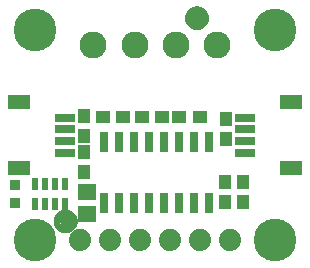
<source format=gbr>
G04 EAGLE Gerber RS-274X export*
G75*
%MOMM*%
%FSLAX34Y34*%
%LPD*%
%INSoldermask Top*%
%IPPOS*%
%AMOC8*
5,1,8,0,0,1.08239X$1,22.5*%
G01*
%ADD10R,1.601600X1.341600*%
%ADD11R,1.101600X1.176600*%
%ADD12R,0.551600X1.001600*%
%ADD13C,1.879600*%
%ADD14C,3.617600*%
%ADD15R,1.651600X0.701600*%
%ADD16R,1.901600X1.301600*%
%ADD17C,1.101600*%
%ADD18C,0.500000*%
%ADD19R,0.901600X0.901600*%
%ADD20R,0.736600X1.752600*%
%ADD21R,1.176600X1.101600*%
%ADD22C,2.286000*%


D10*
X17780Y6375D03*
X17780Y25375D03*
D11*
X15875Y41665D03*
X15875Y58665D03*
D12*
X-26335Y31995D03*
X-26335Y14995D03*
X-17335Y31995D03*
X-9335Y31995D03*
X-335Y31995D03*
X-335Y14995D03*
X-17335Y14995D03*
X-9335Y14995D03*
D13*
X12065Y-15875D03*
X37465Y-15875D03*
X62865Y-15875D03*
X88265Y-15875D03*
X113665Y-15875D03*
X139065Y-15875D03*
D14*
X-26035Y161925D03*
X177165Y161925D03*
D15*
X152025Y68025D03*
X152025Y78025D03*
X152025Y58025D03*
X152025Y88025D03*
D16*
X191025Y45025D03*
X191025Y101025D03*
D15*
X-895Y78025D03*
X-895Y68025D03*
X-895Y88025D03*
X-895Y58025D03*
D16*
X-39895Y101025D03*
X-39895Y45025D03*
D17*
X0Y0D03*
D18*
X0Y7500D02*
X-181Y7498D01*
X-362Y7491D01*
X-543Y7480D01*
X-724Y7465D01*
X-904Y7445D01*
X-1084Y7421D01*
X-1263Y7393D01*
X-1441Y7360D01*
X-1618Y7323D01*
X-1795Y7282D01*
X-1970Y7237D01*
X-2145Y7187D01*
X-2318Y7133D01*
X-2489Y7075D01*
X-2660Y7013D01*
X-2828Y6946D01*
X-2995Y6876D01*
X-3161Y6802D01*
X-3324Y6723D01*
X-3485Y6641D01*
X-3645Y6555D01*
X-3802Y6465D01*
X-3957Y6371D01*
X-4110Y6274D01*
X-4260Y6172D01*
X-4408Y6068D01*
X-4554Y5959D01*
X-4696Y5848D01*
X-4836Y5732D01*
X-4973Y5614D01*
X-5108Y5492D01*
X-5239Y5367D01*
X-5367Y5239D01*
X-5492Y5108D01*
X-5614Y4973D01*
X-5732Y4836D01*
X-5848Y4696D01*
X-5959Y4554D01*
X-6068Y4408D01*
X-6172Y4260D01*
X-6274Y4110D01*
X-6371Y3957D01*
X-6465Y3802D01*
X-6555Y3645D01*
X-6641Y3485D01*
X-6723Y3324D01*
X-6802Y3161D01*
X-6876Y2995D01*
X-6946Y2828D01*
X-7013Y2660D01*
X-7075Y2489D01*
X-7133Y2318D01*
X-7187Y2145D01*
X-7237Y1970D01*
X-7282Y1795D01*
X-7323Y1618D01*
X-7360Y1441D01*
X-7393Y1263D01*
X-7421Y1084D01*
X-7445Y904D01*
X-7465Y724D01*
X-7480Y543D01*
X-7491Y362D01*
X-7498Y181D01*
X-7500Y0D01*
X0Y7500D02*
X181Y7498D01*
X362Y7491D01*
X543Y7480D01*
X724Y7465D01*
X904Y7445D01*
X1084Y7421D01*
X1263Y7393D01*
X1441Y7360D01*
X1618Y7323D01*
X1795Y7282D01*
X1970Y7237D01*
X2145Y7187D01*
X2318Y7133D01*
X2489Y7075D01*
X2660Y7013D01*
X2828Y6946D01*
X2995Y6876D01*
X3161Y6802D01*
X3324Y6723D01*
X3485Y6641D01*
X3645Y6555D01*
X3802Y6465D01*
X3957Y6371D01*
X4110Y6274D01*
X4260Y6172D01*
X4408Y6068D01*
X4554Y5959D01*
X4696Y5848D01*
X4836Y5732D01*
X4973Y5614D01*
X5108Y5492D01*
X5239Y5367D01*
X5367Y5239D01*
X5492Y5108D01*
X5614Y4973D01*
X5732Y4836D01*
X5848Y4696D01*
X5959Y4554D01*
X6068Y4408D01*
X6172Y4260D01*
X6274Y4110D01*
X6371Y3957D01*
X6465Y3802D01*
X6555Y3645D01*
X6641Y3485D01*
X6723Y3324D01*
X6802Y3161D01*
X6876Y2995D01*
X6946Y2828D01*
X7013Y2660D01*
X7075Y2489D01*
X7133Y2318D01*
X7187Y2145D01*
X7237Y1970D01*
X7282Y1795D01*
X7323Y1618D01*
X7360Y1441D01*
X7393Y1263D01*
X7421Y1084D01*
X7445Y904D01*
X7465Y724D01*
X7480Y543D01*
X7491Y362D01*
X7498Y181D01*
X7500Y0D01*
X7498Y-181D01*
X7491Y-362D01*
X7480Y-543D01*
X7465Y-724D01*
X7445Y-904D01*
X7421Y-1084D01*
X7393Y-1263D01*
X7360Y-1441D01*
X7323Y-1618D01*
X7282Y-1795D01*
X7237Y-1970D01*
X7187Y-2145D01*
X7133Y-2318D01*
X7075Y-2489D01*
X7013Y-2660D01*
X6946Y-2828D01*
X6876Y-2995D01*
X6802Y-3161D01*
X6723Y-3324D01*
X6641Y-3485D01*
X6555Y-3645D01*
X6465Y-3802D01*
X6371Y-3957D01*
X6274Y-4110D01*
X6172Y-4260D01*
X6068Y-4408D01*
X5959Y-4554D01*
X5848Y-4696D01*
X5732Y-4836D01*
X5614Y-4973D01*
X5492Y-5108D01*
X5367Y-5239D01*
X5239Y-5367D01*
X5108Y-5492D01*
X4973Y-5614D01*
X4836Y-5732D01*
X4696Y-5848D01*
X4554Y-5959D01*
X4408Y-6068D01*
X4260Y-6172D01*
X4110Y-6274D01*
X3957Y-6371D01*
X3802Y-6465D01*
X3645Y-6555D01*
X3485Y-6641D01*
X3324Y-6723D01*
X3161Y-6802D01*
X2995Y-6876D01*
X2828Y-6946D01*
X2660Y-7013D01*
X2489Y-7075D01*
X2318Y-7133D01*
X2145Y-7187D01*
X1970Y-7237D01*
X1795Y-7282D01*
X1618Y-7323D01*
X1441Y-7360D01*
X1263Y-7393D01*
X1084Y-7421D01*
X904Y-7445D01*
X724Y-7465D01*
X543Y-7480D01*
X362Y-7491D01*
X181Y-7498D01*
X0Y-7500D01*
X-181Y-7498D01*
X-362Y-7491D01*
X-543Y-7480D01*
X-724Y-7465D01*
X-904Y-7445D01*
X-1084Y-7421D01*
X-1263Y-7393D01*
X-1441Y-7360D01*
X-1618Y-7323D01*
X-1795Y-7282D01*
X-1970Y-7237D01*
X-2145Y-7187D01*
X-2318Y-7133D01*
X-2489Y-7075D01*
X-2660Y-7013D01*
X-2828Y-6946D01*
X-2995Y-6876D01*
X-3161Y-6802D01*
X-3324Y-6723D01*
X-3485Y-6641D01*
X-3645Y-6555D01*
X-3802Y-6465D01*
X-3957Y-6371D01*
X-4110Y-6274D01*
X-4260Y-6172D01*
X-4408Y-6068D01*
X-4554Y-5959D01*
X-4696Y-5848D01*
X-4836Y-5732D01*
X-4973Y-5614D01*
X-5108Y-5492D01*
X-5239Y-5367D01*
X-5367Y-5239D01*
X-5492Y-5108D01*
X-5614Y-4973D01*
X-5732Y-4836D01*
X-5848Y-4696D01*
X-5959Y-4554D01*
X-6068Y-4408D01*
X-6172Y-4260D01*
X-6274Y-4110D01*
X-6371Y-3957D01*
X-6465Y-3802D01*
X-6555Y-3645D01*
X-6641Y-3485D01*
X-6723Y-3324D01*
X-6802Y-3161D01*
X-6876Y-2995D01*
X-6946Y-2828D01*
X-7013Y-2660D01*
X-7075Y-2489D01*
X-7133Y-2318D01*
X-7187Y-2145D01*
X-7237Y-1970D01*
X-7282Y-1795D01*
X-7323Y-1618D01*
X-7360Y-1441D01*
X-7393Y-1263D01*
X-7421Y-1084D01*
X-7445Y-904D01*
X-7465Y-724D01*
X-7480Y-543D01*
X-7491Y-362D01*
X-7498Y-181D01*
X-7500Y0D01*
D17*
X111125Y172085D03*
D18*
X111125Y179585D02*
X110944Y179583D01*
X110763Y179576D01*
X110582Y179565D01*
X110401Y179550D01*
X110221Y179530D01*
X110041Y179506D01*
X109862Y179478D01*
X109684Y179445D01*
X109507Y179408D01*
X109330Y179367D01*
X109155Y179322D01*
X108980Y179272D01*
X108807Y179218D01*
X108636Y179160D01*
X108465Y179098D01*
X108297Y179031D01*
X108130Y178961D01*
X107964Y178887D01*
X107801Y178808D01*
X107640Y178726D01*
X107480Y178640D01*
X107323Y178550D01*
X107168Y178456D01*
X107015Y178359D01*
X106865Y178257D01*
X106717Y178153D01*
X106571Y178044D01*
X106429Y177933D01*
X106289Y177817D01*
X106152Y177699D01*
X106017Y177577D01*
X105886Y177452D01*
X105758Y177324D01*
X105633Y177193D01*
X105511Y177058D01*
X105393Y176921D01*
X105277Y176781D01*
X105166Y176639D01*
X105057Y176493D01*
X104953Y176345D01*
X104851Y176195D01*
X104754Y176042D01*
X104660Y175887D01*
X104570Y175730D01*
X104484Y175570D01*
X104402Y175409D01*
X104323Y175246D01*
X104249Y175080D01*
X104179Y174913D01*
X104112Y174745D01*
X104050Y174574D01*
X103992Y174403D01*
X103938Y174230D01*
X103888Y174055D01*
X103843Y173880D01*
X103802Y173703D01*
X103765Y173526D01*
X103732Y173348D01*
X103704Y173169D01*
X103680Y172989D01*
X103660Y172809D01*
X103645Y172628D01*
X103634Y172447D01*
X103627Y172266D01*
X103625Y172085D01*
X111125Y179585D02*
X111306Y179583D01*
X111487Y179576D01*
X111668Y179565D01*
X111849Y179550D01*
X112029Y179530D01*
X112209Y179506D01*
X112388Y179478D01*
X112566Y179445D01*
X112743Y179408D01*
X112920Y179367D01*
X113095Y179322D01*
X113270Y179272D01*
X113443Y179218D01*
X113614Y179160D01*
X113785Y179098D01*
X113953Y179031D01*
X114120Y178961D01*
X114286Y178887D01*
X114449Y178808D01*
X114610Y178726D01*
X114770Y178640D01*
X114927Y178550D01*
X115082Y178456D01*
X115235Y178359D01*
X115385Y178257D01*
X115533Y178153D01*
X115679Y178044D01*
X115821Y177933D01*
X115961Y177817D01*
X116098Y177699D01*
X116233Y177577D01*
X116364Y177452D01*
X116492Y177324D01*
X116617Y177193D01*
X116739Y177058D01*
X116857Y176921D01*
X116973Y176781D01*
X117084Y176639D01*
X117193Y176493D01*
X117297Y176345D01*
X117399Y176195D01*
X117496Y176042D01*
X117590Y175887D01*
X117680Y175730D01*
X117766Y175570D01*
X117848Y175409D01*
X117927Y175246D01*
X118001Y175080D01*
X118071Y174913D01*
X118138Y174745D01*
X118200Y174574D01*
X118258Y174403D01*
X118312Y174230D01*
X118362Y174055D01*
X118407Y173880D01*
X118448Y173703D01*
X118485Y173526D01*
X118518Y173348D01*
X118546Y173169D01*
X118570Y172989D01*
X118590Y172809D01*
X118605Y172628D01*
X118616Y172447D01*
X118623Y172266D01*
X118625Y172085D01*
X118623Y171904D01*
X118616Y171723D01*
X118605Y171542D01*
X118590Y171361D01*
X118570Y171181D01*
X118546Y171001D01*
X118518Y170822D01*
X118485Y170644D01*
X118448Y170467D01*
X118407Y170290D01*
X118362Y170115D01*
X118312Y169940D01*
X118258Y169767D01*
X118200Y169596D01*
X118138Y169425D01*
X118071Y169257D01*
X118001Y169090D01*
X117927Y168924D01*
X117848Y168761D01*
X117766Y168600D01*
X117680Y168440D01*
X117590Y168283D01*
X117496Y168128D01*
X117399Y167975D01*
X117297Y167825D01*
X117193Y167677D01*
X117084Y167531D01*
X116973Y167389D01*
X116857Y167249D01*
X116739Y167112D01*
X116617Y166977D01*
X116492Y166846D01*
X116364Y166718D01*
X116233Y166593D01*
X116098Y166471D01*
X115961Y166353D01*
X115821Y166237D01*
X115679Y166126D01*
X115533Y166017D01*
X115385Y165913D01*
X115235Y165811D01*
X115082Y165714D01*
X114927Y165620D01*
X114770Y165530D01*
X114610Y165444D01*
X114449Y165362D01*
X114286Y165283D01*
X114120Y165209D01*
X113953Y165139D01*
X113785Y165072D01*
X113614Y165010D01*
X113443Y164952D01*
X113270Y164898D01*
X113095Y164848D01*
X112920Y164803D01*
X112743Y164762D01*
X112566Y164725D01*
X112388Y164692D01*
X112209Y164664D01*
X112029Y164640D01*
X111849Y164620D01*
X111668Y164605D01*
X111487Y164594D01*
X111306Y164587D01*
X111125Y164585D01*
X110944Y164587D01*
X110763Y164594D01*
X110582Y164605D01*
X110401Y164620D01*
X110221Y164640D01*
X110041Y164664D01*
X109862Y164692D01*
X109684Y164725D01*
X109507Y164762D01*
X109330Y164803D01*
X109155Y164848D01*
X108980Y164898D01*
X108807Y164952D01*
X108636Y165010D01*
X108465Y165072D01*
X108297Y165139D01*
X108130Y165209D01*
X107964Y165283D01*
X107801Y165362D01*
X107640Y165444D01*
X107480Y165530D01*
X107323Y165620D01*
X107168Y165714D01*
X107015Y165811D01*
X106865Y165913D01*
X106717Y166017D01*
X106571Y166126D01*
X106429Y166237D01*
X106289Y166353D01*
X106152Y166471D01*
X106017Y166593D01*
X105886Y166718D01*
X105758Y166846D01*
X105633Y166977D01*
X105511Y167112D01*
X105393Y167249D01*
X105277Y167389D01*
X105166Y167531D01*
X105057Y167677D01*
X104953Y167825D01*
X104851Y167975D01*
X104754Y168128D01*
X104660Y168283D01*
X104570Y168440D01*
X104484Y168600D01*
X104402Y168761D01*
X104323Y168924D01*
X104249Y169090D01*
X104179Y169257D01*
X104112Y169425D01*
X104050Y169596D01*
X103992Y169767D01*
X103938Y169940D01*
X103888Y170115D01*
X103843Y170290D01*
X103802Y170467D01*
X103765Y170644D01*
X103732Y170822D01*
X103704Y171001D01*
X103680Y171181D01*
X103660Y171361D01*
X103645Y171542D01*
X103634Y171723D01*
X103627Y171904D01*
X103625Y172085D01*
D14*
X-26035Y-15875D03*
X177165Y-15875D03*
D19*
X-42545Y30995D03*
X-42545Y15995D03*
D20*
X108585Y67275D03*
X83185Y15275D03*
X121285Y67275D03*
X95885Y67275D03*
X83185Y67275D03*
X95885Y15275D03*
X70485Y15275D03*
X57785Y15275D03*
X57785Y67275D03*
X32385Y15275D03*
X70485Y67275D03*
X45085Y67275D03*
X45085Y15275D03*
X32385Y67275D03*
X108585Y15275D03*
X121285Y15275D03*
D11*
X15875Y72145D03*
X15875Y89145D03*
X150495Y33265D03*
X150495Y16265D03*
X135255Y33265D03*
X135255Y16265D03*
D21*
X64525Y88265D03*
X81525Y88265D03*
X96275Y88265D03*
X113275Y88265D03*
D22*
X23275Y149225D03*
X58275Y149225D03*
X93125Y149225D03*
X128125Y149225D03*
D11*
X135890Y69605D03*
X135890Y86605D03*
D21*
X48505Y88265D03*
X31505Y88265D03*
M02*

</source>
